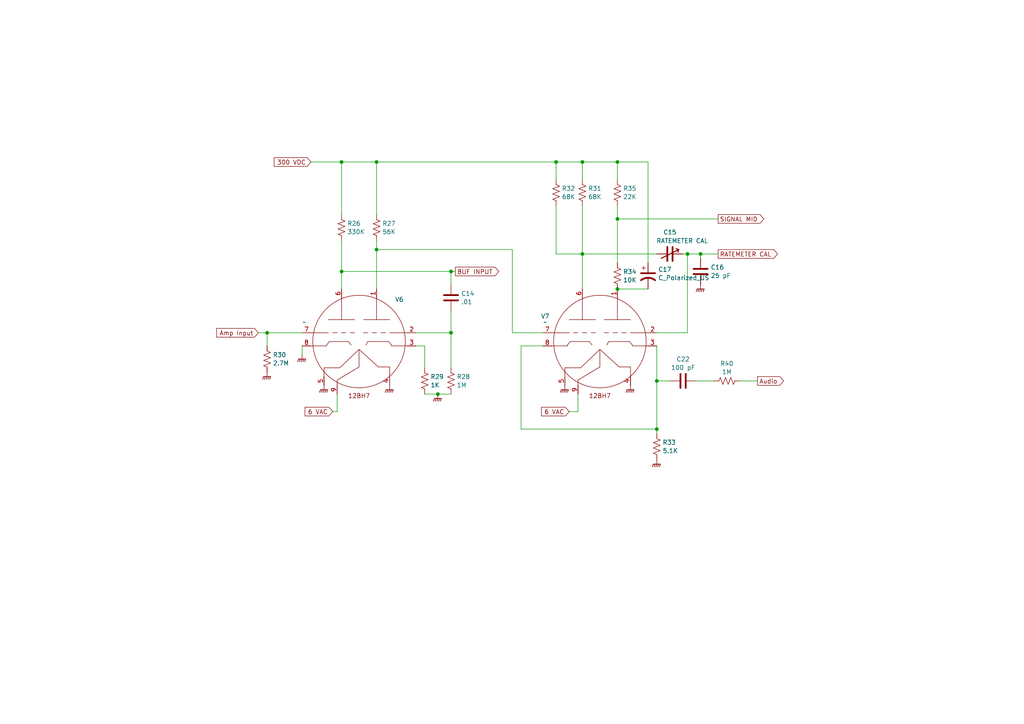
<source format=kicad_sch>
(kicad_sch (version 20250114) (generator "eeschema") (generator_version "9.0")
  (paper "A4")
  (title_block (title "General Scaler-Ratemeter RCR-1 ") (company "Nucleonics Corp of America") (comment 1 "Schematic by Steve Conklin"))
  (lib_symbols
    (symbol "Device:C" (pin_numbers (hide yes)) (pin_names (offset 0.254))
      (property "Reference" "C" (at 0.635 2.54 0))
      (property "Value" "C" (at 0.635 -2.54 0))
      (symbol "C_0_1"
        (polyline (pts (xy -2.032 0.762) (xy 2.032 0.762)) (stroke (width 0.508)))
        (polyline (pts (xy -2.032 -0.762) (xy 2.032 -0.762)) (stroke (width 0.508)))
      )
      (symbol "C_1_1"
        (pin passive line (at 0 3.81 270) (length 2.794) (name "~") (number "1"))
        (pin passive line (at 0 -3.81 90) (length 2.794) (name "~") (number "2"))
      )
    )
    (symbol "Device:C_Polarized_US" (pin_numbers (hide yes)) (pin_names (offset 0.254) (hide yes))
      (property "Reference" "C" (at 0.635 2.54 0))
      (property "Value" "C_Polarized_US" (at 0.635 -2.54 0))
      (symbol "C_Polarized_US_0_1"
        (polyline (pts (xy -2.032 0.762) (xy 2.032 0.762)) (stroke (width 0.508)))
        (polyline (pts (xy -1.778 2.286) (xy -0.762 2.286)))
        (polyline (pts (xy -1.27 1.778) (xy -1.27 2.794)))
        (arc (start -2.032 -1.27) (mid 0 -0.5572) (end 2.032 -1.27) (stroke (width 0.508)))
      )
      (symbol "C_Polarized_US_1_1"
        (pin passive line (at 0 3.81 270) (length 2.794) (name "~") (number "1"))
        (pin passive line (at 0 -3.81 90) (length 3.302) (name "~") (number "2"))
      )
    )
    (symbol "Device:C_Variable" (pin_numbers (hide yes)) (pin_names (offset 0.254) (hide yes))
      (property "Reference" "C" (at 0.635 -1.905 0))
      (property "Value" "C_Variable" (at 0.635 -3.81 0))
      (symbol "C_Variable_0_1"
        (polyline (pts (xy -2.032 0.762) (xy 2.032 0.762)) (stroke (width 0.508)))
        (polyline (pts (xy -2.032 -0.762) (xy 2.032 -0.762)) (stroke (width 0.508)))
        (polyline (pts (xy 1.27 2.54) (xy -1.27 -2.54)) (stroke (width 0.3048)))
        (polyline (pts (xy 1.27 2.54) (xy 0.508 2.286)) (stroke (width 0.3048)))
        (polyline (pts (xy 1.27 2.54) (xy 1.524 1.778)) (stroke (width 0.3048)))
      )
      (symbol "C_Variable_1_1"
        (pin passive line (at 0 3.81 270) (length 3.048) (name "~") (number "1"))
        (pin passive line (at 0 -3.81 90) (length 3.048) (name "~") (number "2"))
      )
    )
    (symbol "Device:R_US" (pin_numbers (hide yes)) (pin_names (offset 0))
      (property "Reference" "R" (at 2.54 0 90))
      (property "Value" "R_US" (at -2.54 0 90))
      (symbol "R_US_0_1"
        (polyline (pts (xy 0 2.286) (xy 0 2.54)))
        (polyline (pts (xy 0 2.286) (xy 1.016 1.905) (xy 0 1.524) (xy -1.016 1.143) (xy 0 0.762)))
        (polyline (pts (xy 0 0.762) (xy 1.016 0.381) (xy 0 0) (xy -1.016 -0.381) (xy 0 -0.762)))
        (polyline (pts (xy 0 -0.762) (xy 1.016 -1.143) (xy 0 -1.524) (xy -1.016 -1.905) (xy 0 -2.286)))
        (polyline (pts (xy 0 -2.286) (xy 0 -2.54)))
      )
      (symbol "R_US_1_1"
        (pin passive line (at 0 3.81 270) (length 1.27) (name "~") (number "1"))
        (pin passive line (at 0 -3.81 90) (length 1.27) (name "~") (number "2"))
      )
    )
    (symbol "ai4qr_tubes:12AX7" (pin_names (offset 0) (hide yes))
      (property "Reference" "V" (at 11.938 8.636 0))
      (symbol "12AX7_0_1"
        (polyline (pts (xy -13.97 -1.27) (xy -9.398 -1.27) (xy -9.398 -1.016)))
        (polyline (pts (xy -10.16 2.54) (xy -13.97 2.54)))
        (polyline (pts (xy -9.398 -1.016) (xy -8.636 0) (xy -2.54 0) (xy -2.032 -1.016)))
        (polyline (pts (xy -8.89 2.54) (xy -10.16 2.54)))
        (polyline (pts (xy -6.35 2.54) (xy -7.62 2.54)))
        (polyline (pts (xy -5.588 -7.366) (xy -8.89 -7.366) (xy -8.89 -10.16)))
        (polyline (pts (xy -5.08 12.7) (xy -5.08 6.35)))
        (polyline (pts (xy -3.81 2.54) (xy -5.08 2.54)))
        (polyline (pts (xy -1.27 6.35) (xy -8.89 6.35)))
        (polyline (pts (xy -1.27 2.54) (xy -2.54 2.54)))
        (circle (center 0 0) (radius 13.4212))
        (polyline (pts (xy 0 -2.286) (xy -5.588 -7.366)))
        (polyline (pts (xy 0 -2.286) (xy 5.588 -7.62)))
        (polyline (pts (xy 0 -2.54) (xy 0 -7.366) (xy 6.35 -11.176) (xy 6.35 -12.7)))
        (polyline (pts (xy 2.54 2.54) (xy 1.27 2.54)))
        (polyline (pts (xy 5.08 12.7) (xy 5.08 6.35)))
        (polyline (pts (xy 5.08 2.54) (xy 3.81 2.54)))
        (polyline (pts (xy 5.588 -7.62) (xy 10.16 -7.62) (xy 10.16 -10.16)))
        (polyline (pts (xy 7.62 2.54) (xy 6.35 2.54)))
        (polyline (pts (xy 8.89 6.35) (xy 1.27 6.35)))
        (polyline (pts (xy 9.398 -1.016) (xy 8.636 0) (xy 3.048 0) (xy 2.286 -1.016)))
        (polyline (pts (xy 10.16 2.54) (xy 8.89 2.54)))
        (polyline (pts (xy 10.16 2.54) (xy 13.97 2.54)))
        (polyline (pts (xy 13.97 -1.27) (xy 9.398 -1.27) (xy 9.398 -1.016)))
      )
      (symbol "12AX7_1_1"
        (polyline (pts (xy -6.35 -11.938) (xy -6.35 -11.938)))
        (text "12BH7" (at 0 -15.748 0) (effects (font (size 1.27 1.27))))
        (pin bidirectional line (at -16.51 2.54 0) (length 2.54) (name "") (number "2"))
        (pin bidirectional line (at -16.51 -1.27 0) (length 2.54) (name "") (number "3"))
        (pin bidirectional line (at -8.89 -12.7 90) (length 2.54) (name "") (number "4"))
        (pin bidirectional line (at -5.08 15.24 270) (length 2.54) (name "") (number "1"))
        (pin bidirectional line (at 5.08 15.24 270) (length 2.54) (name "") (number "6"))
        (pin bidirectional line (at 6.35 -15.24 90) (length 2.54) (name "") (number "9"))
        (pin bidirectional line (at 10.16 -12.7 90) (length 2.54) (name "") (number "5"))
        (pin bidirectional line (at 16.51 2.54 180) (length 2.54) (name "") (number "7"))
        (pin bidirectional line (at 16.51 -1.27 180) (length 2.54) (name "") (number "8"))
      )
    )
    (symbol "ai4qr_tubes:12BH7" (pin_names (offset 0) (hide yes))
      (property "Reference" "V" (at 11.938 8.636 0))
      (symbol "12BH7_0_1"
        (polyline (pts (xy -13.97 -1.27) (xy -9.398 -1.27) (xy -9.398 -1.016)))
        (polyline (pts (xy -10.16 2.54) (xy -13.97 2.54)))
        (polyline (pts (xy -9.398 -1.016) (xy -8.636 0) (xy -2.54 0) (xy -2.032 -1.016)))
        (polyline (pts (xy -8.89 2.54) (xy -10.16 2.54)))
        (polyline (pts (xy -6.35 2.54) (xy -7.62 2.54)))
        (polyline (pts (xy -5.588 -7.366) (xy -8.89 -7.366) (xy -8.89 -10.16)))
        (polyline (pts (xy -5.08 12.7) (xy -5.08 6.35)))
        (polyline (pts (xy -3.81 2.54) (xy -5.08 2.54)))
        (polyline (pts (xy -1.27 6.35) (xy -8.89 6.35)))
        (polyline (pts (xy -1.27 2.54) (xy -2.54 2.54)))
        (circle (center 0 0) (radius 13.4212))
        (polyline (pts (xy 0 -2.286) (xy -5.588 -7.366)))
        (polyline (pts (xy 0 -2.286) (xy 5.588 -7.62)))
        (polyline (pts (xy 0 -2.54) (xy 0 -7.366) (xy 6.35 -11.176) (xy 6.35 -12.7)))
        (polyline (pts (xy 2.54 2.54) (xy 1.27 2.54)))
        (polyline (pts (xy 5.08 12.7) (xy 5.08 6.35)))
        (polyline (pts (xy 5.08 2.54) (xy 3.81 2.54)))
        (polyline (pts (xy 5.588 -7.62) (xy 10.16 -7.62) (xy 10.16 -10.16)))
        (polyline (pts (xy 7.62 2.54) (xy 6.35 2.54)))
        (polyline (pts (xy 8.89 6.35) (xy 1.27 6.35)))
        (polyline (pts (xy 9.398 -1.016) (xy 8.636 0) (xy 3.048 0) (xy 2.286 -1.016)))
        (polyline (pts (xy 10.16 2.54) (xy 8.89 2.54)))
        (polyline (pts (xy 10.16 2.54) (xy 13.97 2.54)))
        (polyline (pts (xy 13.97 -1.27) (xy 9.398 -1.27) (xy 9.398 -1.016)))
      )
      (symbol "12BH7_1_1"
        (polyline (pts (xy -6.35 -11.938) (xy -6.35 -11.938)))
        (text "12BH7" (at 0 -15.748 0) (effects (font (size 1.27 1.27))))
        (pin bidirectional line (at -16.51 2.54 0) (length 2.54) (name "") (number "2"))
        (pin bidirectional line (at -16.51 -1.27 0) (length 2.54) (name "") (number "3"))
        (pin bidirectional line (at -8.89 -12.7 90) (length 2.54) (name "") (number "4"))
        (pin bidirectional line (at -5.08 15.24 270) (length 2.54) (name "") (number "1"))
        (pin bidirectional line (at 5.08 15.24 270) (length 2.54) (name "") (number "6"))
        (pin bidirectional line (at 6.35 -15.24 90) (length 2.54) (name "") (number "9"))
        (pin bidirectional line (at 10.16 -12.7 90) (length 2.54) (name "") (number "5"))
        (pin bidirectional line (at 16.51 2.54 180) (length 2.54) (name "") (number "7"))
        (pin bidirectional line (at 16.51 -1.27 180) (length 2.54) (name "") (number "8"))
      )
    )
    (symbol "power:GNDPWR" (power) (pin_numbers (hide yes)) (pin_names (offset 0) (hide yes))
      (property "Value" "GNDPWR" (at 0 -3.302 0))
      (symbol "GNDPWR_0_1"
        (polyline (pts (xy -1.016 -1.27) (xy -1.27 -2.032) (xy -1.27 -2.032)) (stroke (width 0.2032)))
        (polyline (pts (xy -0.508 -1.27) (xy -0.762 -2.032) (xy -0.762 -2.032)) (stroke (width 0.2032)))
        (polyline (pts (xy 0 -1.27) (xy 0 0)))
        (polyline (pts (xy 0 -1.27) (xy -0.254 -2.032) (xy -0.254 -2.032)) (stroke (width 0.2032)))
        (polyline (pts (xy 0.508 -1.27) (xy 0.254 -2.032) (xy 0.254 -2.032)) (stroke (width 0.2032)))
        (polyline (pts (xy 1.016 -1.27) (xy -1.016 -1.27) (xy -1.016 -1.27)) (stroke (width 0.2032)))
        (polyline (pts (xy 1.016 -1.27) (xy 0.762 -2.032) (xy 0.762 -2.032) (xy 0.762 -2.032)) (stroke (width 0.2032)))
      )
      (symbol "GNDPWR_1_1"
        (pin power_in line (at 0 0 270) (length 0) (name "~") (number "1"))
      )
    )
  )
  (junction (at 179.07 83.82))
  (junction (at 190.5 124.46))
  (junction (at 179.07 63.5))
  (junction (at 199.39 73.66))
  (junction (at 179.07 46.99))
  (junction (at 109.22 72.39))
  (junction (at 168.91 46.99))
  (junction (at 109.22 46.99))
  (junction (at 203.2 73.66))
  (junction (at 77.47 96.52))
  (junction (at 190.5 110.49))
  (junction (at 130.81 96.52))
  (junction (at 99.06 78.74))
  (junction (at 130.81 78.74))
  (junction (at 99.06 46.99))
  (junction (at 161.29 46.99))
  (junction (at 127 114.3))
  (junction (at 168.91 73.66))
  (wire (pts (xy 168.91 59.69) (xy 168.91 73.66)))
  (wire (pts (xy 179.07 83.82) (xy 187.96 83.82)))
  (wire (pts (xy 161.29 46.99) (xy 168.91 46.99)))
  (wire (pts (xy 130.81 78.74) (xy 132.08 78.74)))
  (wire (pts (xy 199.39 73.66) (xy 203.2 73.66)))
  (wire (pts (xy 190.5 73.66) (xy 168.91 73.66)))
  (wire (pts (xy 77.47 96.52) (xy 77.47 100.33)))
  (wire (pts (xy 90.17 46.99) (xy 99.06 46.99)))
  (wire (pts (xy 87.63 100.33) (xy 87.63 102.87)))
  (wire (pts (xy 109.22 46.99) (xy 99.06 46.99)))
  (wire (pts (xy 109.22 69.85) (xy 109.22 72.39)))
  (wire (pts (xy 168.91 73.66) (xy 168.91 83.82)))
  (wire (pts (xy 198.12 73.66) (xy 199.39 73.66)))
  (wire (pts (xy 179.07 63.5) (xy 179.07 76.2)))
  (wire (pts (xy 157.48 100.33) (xy 151.13 100.33)))
  (wire (pts (xy 203.2 73.66) (xy 203.2 74.93)))
  (wire (pts (xy 190.5 124.46) (xy 190.5 125.73)))
  (wire (pts (xy 99.06 46.99) (xy 99.06 62.23)))
  (wire (pts (xy 190.5 96.52) (xy 199.39 96.52)))
  (wire (pts (xy 199.39 96.52) (xy 199.39 73.66)))
  (wire (pts (xy 161.29 46.99) (xy 161.29 52.07)))
  (wire (pts (xy 99.06 78.74) (xy 99.06 83.82)))
  (wire (pts (xy 109.22 72.39) (xy 148.59 72.39)))
  (wire (pts (xy 187.96 46.99) (xy 179.07 46.99)))
  (wire (pts (xy 190.5 100.33) (xy 190.5 110.49)))
  (wire (pts (xy 109.22 72.39) (xy 109.22 83.82)))
  (wire (pts (xy 99.06 69.85) (xy 99.06 78.74)))
  (wire (pts (xy 130.81 96.52) (xy 120.65 96.52)))
  (wire (pts (xy 168.91 46.99) (xy 179.07 46.99)))
  (wire (pts (xy 179.07 59.69) (xy 179.07 63.5)))
  (wire (pts (xy 179.07 63.5) (xy 208.28 63.5)))
  (wire (pts (xy 109.22 46.99) (xy 161.29 46.99)))
  (wire (pts (xy 201.93 110.49) (xy 207.01 110.49)))
  (wire (pts (xy 130.81 78.74) (xy 130.81 82.55)))
  (wire (pts (xy 130.81 96.52) (xy 130.81 106.68)))
  (wire (pts (xy 151.13 124.46) (xy 190.5 124.46)))
  (wire (pts (xy 130.81 90.17) (xy 130.81 96.52)))
  (wire (pts (xy 99.06 78.74) (xy 130.81 78.74)))
  (wire (pts (xy 74.93 96.52) (xy 77.47 96.52)))
  (wire (pts (xy 203.2 73.66) (xy 208.28 73.66)))
  (wire (pts (xy 165.1 119.38) (xy 167.64 119.38)))
  (wire (pts (xy 123.19 100.33) (xy 120.65 100.33)))
  (wire (pts (xy 127 114.3) (xy 130.81 114.3)))
  (wire (pts (xy 151.13 100.33) (xy 151.13 124.46)))
  (wire (pts (xy 123.19 106.68) (xy 123.19 100.33)))
  (wire (pts (xy 161.29 59.69) (xy 161.29 73.66)))
  (wire (pts (xy 179.07 46.99) (xy 179.07 52.07)))
  (wire (pts (xy 190.5 110.49) (xy 194.31 110.49)))
  (wire (pts (xy 190.5 110.49) (xy 190.5 124.46)))
  (wire (pts (xy 168.91 46.99) (xy 168.91 52.07)))
  (wire (pts (xy 87.63 96.52) (xy 77.47 96.52)))
  (wire (pts (xy 148.59 72.39) (xy 148.59 96.52)))
  (wire (pts (xy 148.59 96.52) (xy 157.48 96.52)))
  (wire (pts (xy 109.22 62.23) (xy 109.22 46.99)))
  (wire (pts (xy 123.19 114.3) (xy 127 114.3)))
  (wire (pts (xy 214.63 110.49) (xy 219.71 110.49)))
  (wire (pts (xy 168.91 73.66) (xy 161.29 73.66)))
  (wire (pts (xy 167.64 119.38) (xy 167.64 114.3)))
  (wire (pts (xy 97.79 119.38) (xy 97.79 114.3)))
  (wire (pts (xy 187.96 76.2) (xy 187.96 46.99)))
  (wire (pts (xy 96.52 119.38) (xy 97.79 119.38)))
  (global_label "SIGNAL MID" (shape output) (at 208.28 63.5 0) (property "Intersheetrefs" "${INTERSHEET_REFS}" (effects (hide yes))))
  (global_label "RATEMETER CAL" (shape output) (at 208.28 73.66 0) (property "Intersheetrefs" "${INTERSHEET_REFS}" (effects (hide yes))))
  (global_label "6 VAC" (shape input) (at 165.1 119.38 180) (property "Intersheetrefs" "${INTERSHEET_REFS}" (effects (hide yes))))
  (global_label "6 VAC" (shape input) (at 96.52 119.38 180) (property "Intersheetrefs" "${INTERSHEET_REFS}" (effects (hide yes))))
  (global_label "Amp Input" (shape input) (at 74.93 96.52 180) (property "Intersheetrefs" "${INTERSHEET_REFS}" (effects (hide yes))))
  (global_label "300 VDC" (shape input) (at 90.17 46.99 180) (property "Intersheetrefs" "${INTERSHEET_REFS}" (effects (hide yes))))
  (global_label "Audio" (shape output) (at 219.71 110.49 0) (property "Intersheetrefs" "${INTERSHEET_REFS}" (effects (hide yes))))
  (global_label "BUF INPUT" (shape output) (at 132.08 78.74 0) (property "Intersheetrefs" "${INTERSHEET_REFS}" (effects (hide yes))))
  (symbol (lib_id "Device:R_US") (at 123.19 110.49 0) (unit 1)
    (property "Reference" "R29" (at 124.841 109.2778 0) (effects (justify left)))
    (property "Value" "1K" (at 124.841 111.7021 0) (effects (justify left)))
    (property "Description" "Resistor, US symbol" (effects (hide yes)))
  )
  (symbol (lib_id "Device:C_Polarized_US") (at 187.96 80.01 0) (unit 1)
    (property "Reference" "C17" (at 190.881 78.1628 0) (effects (justify left)))
    (property "Value" "C_Polarized_US" (at 190.881 80.5871 0) (effects (justify left)))
    (property "Description" "Polarized capacitor, US symbol" (effects (hide yes)))
  )
  (symbol (lib_id "ai4qr_tubes:12AX7") (at 104.14 99.06 0) (mirror y) (unit 1)
    (property "Reference" "V6" (at 115.824 86.868 0))
    (property "Value" "~" (at 88.2748 93.4407 0))
  )
  (symbol (lib_id "power:GNDPWR") (at 93.98 111.76 0) (unit 1)
    (property "Reference" "#PWR020" (effects (hide yes)))
    (property "Value" "GNDPWR" (effects (hide yes)))
    (property "Description" "Power symbol creates a global label with name \"GNDPWR\" , global ground" (effects (hide yes)))
  )
  (symbol (lib_id "Device:R_US") (at 77.47 104.14 0) (unit 1)
    (property "Reference" "R30" (at 79.121 102.9278 0) (effects (justify left)))
    (property "Value" "2.7M" (at 79.121 105.3521 0) (effects (justify left)))
    (property "Description" "Resistor, US symbol" (effects (hide yes)))
  )
  (symbol (lib_id "Device:R_US") (at 168.91 55.88 0) (unit 1)
    (property "Reference" "R31" (at 170.561 54.6678 0) (effects (justify left)))
    (property "Value" "68K" (at 170.561 57.0921 0) (effects (justify left)))
    (property "Description" "Resistor, US symbol" (effects (hide yes)))
  )
  (symbol (lib_id "Device:R_US") (at 179.07 55.88 0) (unit 1)
    (property "Reference" "R35" (at 180.721 54.6678 0) (effects (justify left)))
    (property "Value" "22K" (at 180.721 57.0921 0) (effects (justify left)))
    (property "Description" "Resistor, US symbol" (effects (hide yes)))
  )
  (symbol (lib_id "Device:C") (at 203.2 78.74 0) (unit 1)
    (property "Reference" "C16" (at 206.121 77.5278 0) (effects (justify left)))
    (property "Value" "25 pF" (at 206.121 79.9521 0) (effects (justify left)))
    (property "Description" "Unpolarized capacitor" (effects (hide yes)))
  )
  (symbol (lib_id "power:GNDPWR") (at 190.5 133.35 0) (unit 1)
    (property "Reference" "#PWR028" (effects (hide yes)))
    (property "Value" "GNDPWR" (effects (hide yes)))
    (property "Description" "Power symbol creates a global label with name \"GNDPWR\" , global ground" (effects (hide yes)))
  )
  (symbol (lib_id "Device:C") (at 198.12 110.49 90) (unit 1)
    (property "Reference" "C22" (at 198.12 104.1865 90))
    (property "Value" "100 pF" (at 198.12 106.6108 90))
    (property "Description" "Unpolarized capacitor" (effects (hide yes)))
  )
  (symbol (lib_id "power:GNDPWR") (at 182.88 111.76 0) (unit 1)
    (property "Reference" "#PWR025" (effects (hide yes)))
    (property "Value" "GNDPWR" (effects (hide yes)))
    (property "Description" "Power symbol creates a global label with name \"GNDPWR\" , global ground" (effects (hide yes)))
  )
  (symbol (lib_id "Device:R_US") (at 109.22 66.04 0) (unit 1)
    (property "Reference" "R27" (at 110.871 64.8278 0) (effects (justify left)))
    (property "Value" "56K" (at 110.871 67.2521 0) (effects (justify left)))
    (property "Description" "Resistor, US symbol" (effects (hide yes)))
  )
  (symbol (lib_id "power:GNDPWR") (at 113.03 111.76 0) (unit 1)
    (property "Reference" "#PWR019" (effects (hide yes)))
    (property "Value" "GNDPWR" (effects (hide yes)))
    (property "Description" "Power symbol creates a global label with name \"GNDPWR\" , global ground" (effects (hide yes)))
  )
  (symbol (lib_id "Device:R_US") (at 161.29 55.88 0) (unit 1)
    (property "Reference" "R32" (at 162.941 54.6678 0) (effects (justify left)))
    (property "Value" "68K" (at 162.941 57.0921 0) (effects (justify left)))
    (property "Description" "Resistor, US symbol" (effects (hide yes)))
  )
  (symbol (lib_id "Device:R_US") (at 99.06 66.04 0) (unit 1)
    (property "Reference" "R26" (at 100.711 64.8278 0) (effects (justify left)))
    (property "Value" "330K" (at 100.711 67.2521 0) (effects (justify left)))
    (property "Description" "Resistor, US symbol" (effects (hide yes)))
  )
  (symbol (lib_id "Device:C_Variable") (at 194.31 73.66 270) (mirror x) (unit 1)
    (property "Reference" "C15" (at 194.31 67.3565 90))
    (property "Value" "RATEMETER CAL" (at 197.866 69.85 90))
    (property "Description" "Variable capacitor" (effects (hide yes)))
  )
  (symbol (lib_id "Device:R_US") (at 190.5 129.54 0) (unit 1)
    (property "Reference" "R33" (at 192.151 128.3278 0) (effects (justify left)))
    (property "Value" "5.1K" (at 192.151 130.7521 0) (effects (justify left)))
    (property "Description" "Resistor, US symbol" (effects (hide yes)))
  )
  (symbol (lib_id "Device:R_US") (at 130.81 110.49 0) (unit 1)
    (property "Reference" "R28" (at 132.461 109.2778 0) (effects (justify left)))
    (property "Value" "1M" (at 132.461 111.7021 0) (effects (justify left)))
    (property "Description" "Resistor, US symbol" (effects (hide yes)))
  )
  (symbol (lib_id "Device:R_US") (at 210.82 110.49 90) (unit 1)
    (property "Reference" "R40" (at 210.82 105.4565 90))
    (property "Value" "1M" (at 210.82 107.8808 90))
    (property "Description" "Resistor, US symbol" (effects (hide yes)))
  )
  (symbol (lib_id "ai4qr_tubes:12BH7") (at 173.99 99.06 0) (mirror y) (unit 1)
    (property "Reference" "V7" (at 158.1248 91.7593 0))
    (property "Value" "~" (at 158.1248 93.4407 0))
  )
  (symbol (lib_id "power:GNDPWR") (at 127 114.3 0) (unit 1)
    (property "Reference" "#PWR018" (effects (hide yes)))
    (property "Value" "GNDPWR" (effects (hide yes)))
    (property "Description" "Power symbol creates a global label with name \"GNDPWR\" , global ground" (effects (hide yes)))
  )
  (symbol (lib_id "power:GNDPWR") (at 87.63 102.87 0) (unit 1)
    (property "Reference" "#PWR021" (effects (hide yes)))
    (property "Value" "GNDPWR" (effects (hide yes)))
    (property "Description" "Power symbol creates a global label with name \"GNDPWR\" , global ground" (effects (hide yes)))
  )
  (symbol (lib_id "power:GNDPWR") (at 163.83 111.76 0) (unit 1)
    (property "Reference" "#PWR024" (effects (hide yes)))
    (property "Value" "GNDPWR" (effects (hide yes)))
    (property "Description" "Power symbol creates a global label with name \"GNDPWR\" , global ground" (effects (hide yes)))
  )
  (symbol (lib_id "Device:C") (at 130.81 86.36 0) (unit 1)
    (property "Reference" "C14" (at 133.731 85.1478 0) (effects (justify left)))
    (property "Value" ".01" (at 133.731 87.5721 0) (effects (justify left)))
    (property "Description" "Unpolarized capacitor" (effects (hide yes)))
  )
  (symbol (lib_id "Device:R_US") (at 179.07 80.01 0) (unit 1)
    (property "Reference" "R34" (at 180.721 78.7978 0) (effects (justify left)))
    (property "Value" "10K" (at 180.721 81.2221 0) (effects (justify left)))
    (property "Description" "Resistor, US symbol" (effects (hide yes)))
  )
  (symbol (lib_id "power:GNDPWR") (at 77.47 107.95 0) (unit 1)
    (property "Reference" "#PWR022" (effects (hide yes)))
    (property "Value" "GNDPWR" (effects (hide yes)))
    (property "Description" "Power symbol creates a global label with name \"GNDPWR\" , global ground" (effects (hide yes)))
  )
  (symbol (lib_id "power:GNDPWR") (at 203.2 82.55 0) (unit 1)
    (property "Reference" "#PWR023" (effects (hide yes)))
    (property "Value" "GNDPWR" (effects (hide yes)))
    (property "Description" "Power symbol creates a global label with name \"GNDPWR\" , global ground" (effects (hide yes)))
  )
)
</source>
